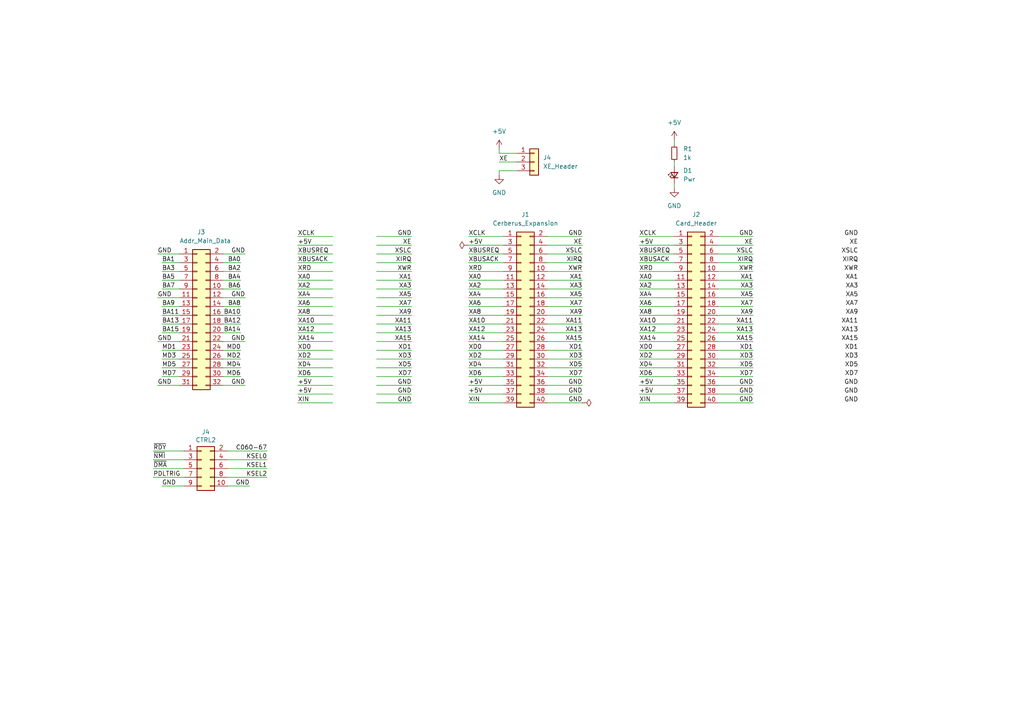
<source format=kicad_sch>
(kicad_sch (version 20231120) (generator "eeschema") (generator_version "8.0")
  (paper "A4")
  (lib_symbols
    (symbol "Connector_Generic:Conn_01x03" (pin_names (offset 1.016) hide)
      (property "Reference" "J" (at 0 5.08 0))
      (property "Value" "Conn_01x03" (at 0 -5.08 0))
      (symbol "Conn_01x03_1_1"
        (rectangle (start -1.27 -2.413) (end 0 -2.667) (stroke (width 0.1524)))
        (rectangle (start -1.27 0.127) (end 0 -0.127) (stroke (width 0.1524)))
        (rectangle (start -1.27 2.667) (end 0 2.413) (stroke (width 0.1524)))
        (rectangle (start -1.27 3.81) (end 1.27 -3.81) (stroke (width 0.254)) (fill (type background)))
        (pin passive line (at -5.08 2.54 0) (length 3.81) (name "Pin_1") (number "1"))
        (pin passive line (at -5.08 0 0) (length 3.81) (name "Pin_2") (number "2"))
        (pin passive line (at -5.08 -2.54 0) (length 3.81) (name "Pin_3") (number "3"))
      )
    )
    (symbol "Connector_Generic:Conn_02x05_Odd_Even" (pin_names (offset 1.016) hide)
      (property "Reference" "J" (at 1.27 7.62 0))
      (property "Value" "Conn_02x05_Odd_Even" (at 1.27 -7.62 0))
      (symbol "Conn_02x05_Odd_Even_1_1"
        (rectangle (start -1.27 -4.953) (end 0 -5.207) (stroke (width 0.1524)))
        (rectangle (start -1.27 -2.413) (end 0 -2.667) (stroke (width 0.1524)))
        (rectangle (start -1.27 0.127) (end 0 -0.127) (stroke (width 0.1524)))
        (rectangle (start -1.27 2.667) (end 0 2.413) (stroke (width 0.1524)))
        (rectangle (start -1.27 5.207) (end 0 4.953) (stroke (width 0.1524)))
        (rectangle (start -1.27 6.35) (end 3.81 -6.35) (stroke (width 0.254)) (fill (type background)))
        (rectangle (start 3.81 -4.953) (end 2.54 -5.207) (stroke (width 0.1524)))
        (rectangle (start 3.81 -2.413) (end 2.54 -2.667) (stroke (width 0.1524)))
        (rectangle (start 3.81 0.127) (end 2.54 -0.127) (stroke (width 0.1524)))
        (rectangle (start 3.81 2.667) (end 2.54 2.413) (stroke (width 0.1524)))
        (rectangle (start 3.81 5.207) (end 2.54 4.953) (stroke (width 0.1524)))
        (pin passive line (at -5.08 5.08 0) (length 3.81) (name "Pin_1") (number "1"))
        (pin passive line (at 7.62 -5.08 180) (length 3.81) (name "Pin_10") (number "10"))
        (pin passive line (at 7.62 5.08 180) (length 3.81) (name "Pin_2") (number "2"))
        (pin passive line (at -5.08 2.54 0) (length 3.81) (name "Pin_3") (number "3"))
        (pin passive line (at 7.62 2.54 180) (length 3.81) (name "Pin_4") (number "4"))
        (pin passive line (at -5.08 0 0) (length 3.81) (name "Pin_5") (number "5"))
        (pin passive line (at 7.62 0 180) (length 3.81) (name "Pin_6") (number "6"))
        (pin passive line (at -5.08 -2.54 0) (length 3.81) (name "Pin_7") (number "7"))
        (pin passive line (at 7.62 -2.54 180) (length 3.81) (name "Pin_8") (number "8"))
        (pin passive line (at -5.08 -5.08 0) (length 3.81) (name "Pin_9") (number "9"))
      )
    )
    (symbol "Connector_Generic:Conn_02x16_Odd_Even" (pin_names (offset 1.016) hide)
      (property "Reference" "J" (at 1.27 20.32 0))
      (property "Value" "Conn_02x16_Odd_Even" (at 1.27 -22.86 0))
      (symbol "Conn_02x16_Odd_Even_1_1"
        (rectangle (start -1.27 -20.193) (end 0 -20.447) (stroke (width 0.1524)))
        (rectangle (start -1.27 -17.653) (end 0 -17.907) (stroke (width 0.1524)))
        (rectangle (start -1.27 -15.113) (end 0 -15.367) (stroke (width 0.1524)))
        (rectangle (start -1.27 -12.573) (end 0 -12.827) (stroke (width 0.1524)))
        (rectangle (start -1.27 -10.033) (end 0 -10.287) (stroke (width 0.1524)))
        (rectangle (start -1.27 -7.493) (end 0 -7.747) (stroke (width 0.1524)))
        (rectangle (start -1.27 -4.953) (end 0 -5.207) (stroke (width 0.1524)))
        (rectangle (start -1.27 -2.413) (end 0 -2.667) (stroke (width 0.1524)))
        (rectangle (start -1.27 0.127) (end 0 -0.127) (stroke (width 0.1524)))
        (rectangle (start -1.27 2.667) (end 0 2.413) (stroke (width 0.1524)))
        (rectangle (start -1.27 5.207) (end 0 4.953) (stroke (width 0.1524)))
        (rectangle (start -1.27 7.747) (end 0 7.493) (stroke (width 0.1524)))
        (rectangle (start -1.27 10.287) (end 0 10.033) (stroke (width 0.1524)))
        (rectangle (start -1.27 12.827) (end 0 12.573) (stroke (width 0.1524)))
        (rectangle (start -1.27 15.367) (end 0 15.113) (stroke (width 0.1524)))
        (rectangle (start -1.27 17.907) (end 0 17.653) (stroke (width 0.1524)))
        (rectangle (start -1.27 19.05) (end 3.81 -21.59) (stroke (width 0.254)) (fill (type background)))
        (rectangle (start 3.81 -20.193) (end 2.54 -20.447) (stroke (width 0.1524)))
        (rectangle (start 3.81 -17.653) (end 2.54 -17.907) (stroke (width 0.1524)))
        (rectangle (start 3.81 -15.113) (end 2.54 -15.367) (stroke (width 0.1524)))
        (rectangle (start 3.81 -12.573) (end 2.54 -12.827) (stroke (width 0.1524)))
        (rectangle (start 3.81 -10.033) (end 2.54 -10.287) (stroke (width 0.1524)))
        (rectangle (start 3.81 -7.493) (end 2.54 -7.747) (stroke (width 0.1524)))
        (rectangle (start 3.81 -4.953) (end 2.54 -5.207) (stroke (width 0.1524)))
        (rectangle (start 3.81 -2.413) (end 2.54 -2.667) (stroke (width 0.1524)))
        (rectangle (start 3.81 0.127) (end 2.54 -0.127) (stroke (width 0.1524)))
        (rectangle (start 3.81 2.667) (end 2.54 2.413) (stroke (width 0.1524)))
        (rectangle (start 3.81 5.207) (end 2.54 4.953) (stroke (width 0.1524)))
        (rectangle (start 3.81 7.747) (end 2.54 7.493) (stroke (width 0.1524)))
        (rectangle (start 3.81 10.287) (end 2.54 10.033) (stroke (width 0.1524)))
        (rectangle (start 3.81 12.827) (end 2.54 12.573) (stroke (width 0.1524)))
        (rectangle (start 3.81 15.367) (end 2.54 15.113) (stroke (width 0.1524)))
        (rectangle (start 3.81 17.907) (end 2.54 17.653) (stroke (width 0.1524)))
        (pin passive line (at -5.08 17.78 0) (length 3.81) (name "Pin_1") (number "1"))
        (pin passive line (at 7.62 7.62 180) (length 3.81) (name "Pin_10") (number "10"))
        (pin passive line (at -5.08 5.08 0) (length 3.81) (name "Pin_11") (number "11"))
        (pin passive line (at 7.62 5.08 180) (length 3.81) (name "Pin_12") (number "12"))
        (pin passive line (at -5.08 2.54 0) (length 3.81) (name "Pin_13") (number "13"))
        (pin passive line (at 7.62 2.54 180) (length 3.81) (name "Pin_14") (number "14"))
        (pin passive line (at -5.08 0 0) (length 3.81) (name "Pin_15") (number "15"))
        (pin passive line (at 7.62 0 180) (length 3.81) (name "Pin_16") (number "16"))
        (pin passive line (at -5.08 -2.54 0) (length 3.81) (name "Pin_17") (number "17"))
        (pin passive line (at 7.62 -2.54 180) (length 3.81) (name "Pin_18") (number "18"))
        (pin passive line (at -5.08 -5.08 0) (length 3.81) (name "Pin_19") (number "19"))
        (pin passive line (at 7.62 17.78 180) (length 3.81) (name "Pin_2") (number "2"))
        (pin passive line (at 7.62 -5.08 180) (length 3.81) (name "Pin_20") (number "20"))
        (pin passive line (at -5.08 -7.62 0) (length 3.81) (name "Pin_21") (number "21"))
        (pin passive line (at 7.62 -7.62 180) (length 3.81) (name "Pin_22") (number "22"))
        (pin passive line (at -5.08 -10.16 0) (length 3.81) (name "Pin_23") (number "23"))
        (pin passive line (at 7.62 -10.16 180) (length 3.81) (name "Pin_24") (number "24"))
        (pin passive line (at -5.08 -12.7 0) (length 3.81) (name "Pin_25") (number "25"))
        (pin passive line (at 7.62 -12.7 180) (length 3.81) (name "Pin_26") (number "26"))
        (pin passive line (at -5.08 -15.24 0) (length 3.81) (name "Pin_27") (number "27"))
        (pin passive line (at 7.62 -15.24 180) (length 3.81) (name "Pin_28") (number "28"))
        (pin passive line (at -5.08 -17.78 0) (length 3.81) (name "Pin_29") (number "29"))
        (pin passive line (at -5.08 15.24 0) (length 3.81) (name "Pin_3") (number "3"))
        (pin passive line (at 7.62 -17.78 180) (length 3.81) (name "Pin_30") (number "30"))
        (pin passive line (at -5.08 -20.32 0) (length 3.81) (name "Pin_31") (number "31"))
        (pin passive line (at 7.62 -20.32 180) (length 3.81) (name "Pin_32") (number "32"))
        (pin passive line (at 7.62 15.24 180) (length 3.81) (name "Pin_4") (number "4"))
        (pin passive line (at -5.08 12.7 0) (length 3.81) (name "Pin_5") (number "5"))
        (pin passive line (at 7.62 12.7 180) (length 3.81) (name "Pin_6") (number "6"))
        (pin passive line (at -5.08 10.16 0) (length 3.81) (name "Pin_7") (number "7"))
        (pin passive line (at 7.62 10.16 180) (length 3.81) (name "Pin_8") (number "8"))
        (pin passive line (at -5.08 7.62 0) (length 3.81) (name "Pin_9") (number "9"))
      )
    )
    (symbol "Connector_Generic:Conn_02x20_Odd_Even" (pin_names (offset 1.016) hide)
      (property "Reference" "J" (at 1.27 25.4 0))
      (property "Value" "Conn_02x20_Odd_Even" (at 1.27 -27.94 0))
      (symbol "Conn_02x20_Odd_Even_1_1"
        (rectangle (start -1.27 -25.273) (end 0 -25.527) (stroke (width 0.1524)))
        (rectangle (start -1.27 -22.733) (end 0 -22.987) (stroke (width 0.1524)))
        (rectangle (start -1.27 -20.193) (end 0 -20.447) (stroke (width 0.1524)))
        (rectangle (start -1.27 -17.653) (end 0 -17.907) (stroke (width 0.1524)))
        (rectangle (start -1.27 -15.113) (end 0 -15.367) (stroke (width 0.1524)))
        (rectangle (start -1.27 -12.573) (end 0 -12.827) (stroke (width 0.1524)))
        (rectangle (start -1.27 -10.033) (end 0 -10.287) (stroke (width 0.1524)))
        (rectangle (start -1.27 -7.493) (end 0 -7.747) (stroke (width 0.1524)))
        (rectangle (start -1.27 -4.953) (end 0 -5.207) (stroke (width 0.1524)))
        (rectangle (start -1.27 -2.413) (end 0 -2.667) (stroke (width 0.1524)))
        (rectangle (start -1.27 0.127) (end 0 -0.127) (stroke (width 0.1524)))
        (rectangle (start -1.27 2.667) (end 0 2.413) (stroke (width 0.1524)))
        (rectangle (start -1.27 5.207) (end 0 4.953) (stroke (width 0.1524)))
        (rectangle (start -1.27 7.747) (end 0 7.493) (stroke (width 0.1524)))
        (rectangle (start -1.27 10.287) (end 0 10.033) (stroke (width 0.1524)))
        (rectangle (start -1.27 12.827) (end 0 12.573) (stroke (width 0.1524)))
        (rectangle (start -1.27 15.367) (end 0 15.113) (stroke (width 0.1524)))
        (rectangle (start -1.27 17.907) (end 0 17.653) (stroke (width 0.1524)))
        (rectangle (start -1.27 20.447) (end 0 20.193) (stroke (width 0.1524)))
        (rectangle (start -1.27 22.987) (end 0 22.733) (stroke (width 0.1524)))
        (rectangle (start -1.27 24.13) (end 3.81 -26.67) (stroke (width 0.254)) (fill (type background)))
        (rectangle (start 3.81 -25.273) (end 2.54 -25.527) (stroke (width 0.1524)))
        (rectangle (start 3.81 -22.733) (end 2.54 -22.987) (stroke (width 0.1524)))
        (rectangle (start 3.81 -20.193) (end 2.54 -20.447) (stroke (width 0.1524)))
        (rectangle (start 3.81 -17.653) (end 2.54 -17.907) (stroke (width 0.1524)))
        (rectangle (start 3.81 -15.113) (end 2.54 -15.367) (stroke (width 0.1524)))
        (rectangle (start 3.81 -12.573) (end 2.54 -12.827) (stroke (width 0.1524)))
        (rectangle (start 3.81 -10.033) (end 2.54 -10.287) (stroke (width 0.1524)))
        (rectangle (start 3.81 -7.493) (end 2.54 -7.747) (stroke (width 0.1524)))
        (rectangle (start 3.81 -4.953) (end 2.54 -5.207) (stroke (width 0.1524)))
        (rectangle (start 3.81 -2.413) (end 2.54 -2.667) (stroke (width 0.1524)))
        (rectangle (start 3.81 0.127) (end 2.54 -0.127) (stroke (width 0.1524)))
        (rectangle (start 3.81 2.667) (end 2.54 2.413) (stroke (width 0.1524)))
        (rectangle (start 3.81 5.207) (end 2.54 4.953) (stroke (width 0.1524)))
        (rectangle (start 3.81 7.747) (end 2.54 7.493) (stroke (width 0.1524)))
        (rectangle (start 3.81 10.287) (end 2.54 10.033) (stroke (width 0.1524)))
        (rectangle (start 3.81 12.827) (end 2.54 12.573) (stroke (width 0.1524)))
        (rectangle (start 3.81 15.367) (end 2.54 15.113) (stroke (width 0.1524)))
        (rectangle (start 3.81 17.907) (end 2.54 17.653) (stroke (width 0.1524)))
        (rectangle (start 3.81 20.447) (end 2.54 20.193) (stroke (width 0.1524)))
        (rectangle (start 3.81 22.987) (end 2.54 22.733) (stroke (width 0.1524)))
        (pin passive line (at -5.08 22.86 0) (length 3.81) (name "Pin_1") (number "1"))
        (pin passive line (at 7.62 12.7 180) (length 3.81) (name "Pin_10") (number "10"))
        (pin passive line (at -5.08 10.16 0) (length 3.81) (name "Pin_11") (number "11"))
        (pin passive line (at 7.62 10.16 180) (length 3.81) (name "Pin_12") (number "12"))
        (pin passive line (at -5.08 7.62 0) (length 3.81) (name "Pin_13") (number "13"))
        (pin passive line (at 7.62 7.62 180) (length 3.81) (name "Pin_14") (number "14"))
        (pin passive line (at -5.08 5.08 0) (length 3.81) (name "Pin_15") (number "15"))
        (pin passive line (at 7.62 5.08 180) (length 3.81) (name "Pin_16") (number "16"))
        (pin passive line (at -5.08 2.54 0) (length 3.81) (name "Pin_17") (number "17"))
        (pin passive line (at 7.62 2.54 180) (length 3.81) (name "Pin_18") (number "18"))
        (pin passive line (at -5.08 0 0) (length 3.81) (name "Pin_19") (number "19"))
        (pin passive line (at 7.62 22.86 180) (length 3.81) (name "Pin_2") (number "2"))
        (pin passive line (at 7.62 0 180) (length 3.81) (name "Pin_20") (number "20"))
        (pin passive line (at -5.08 -2.54 0) (length 3.81) (name "Pin_21") (number "21"))
        (pin passive line (at 7.62 -2.54 180) (length 3.81) (name "Pin_22") (number "22"))
        (pin passive line (at -5.08 -5.08 0) (length 3.81) (name "Pin_23") (number "23"))
        (pin passive line (at 7.62 -5.08 180) (length 3.81) (name "Pin_24") (number "24"))
        (pin passive line (at -5.08 -7.62 0) (length 3.81) (name "Pin_25") (number "25"))
        (pin passive line (at 7.62 -7.62 180) (length 3.81) (name "Pin_26") (number "26"))
        (pin passive line (at -5.08 -10.16 0) (length 3.81) (name "Pin_27") (number "27"))
        (pin passive line (at 7.62 -10.16 180) (length 3.81) (name "Pin_28") (number "28"))
        (pin passive line (at -5.08 -12.7 0) (length 3.81) (name "Pin_29") (number "29"))
        (pin passive line (at -5.08 20.32 0) (length 3.81) (name "Pin_3") (number "3"))
        (pin passive line (at 7.62 -12.7 180) (length 3.81) (name "Pin_30") (number "30"))
        (pin passive line (at -5.08 -15.24 0) (length 3.81) (name "Pin_31") (number "31"))
        (pin passive line (at 7.62 -15.24 180) (length 3.81) (name "Pin_32") (number "32"))
        (pin passive line (at -5.08 -17.78 0) (length 3.81) (name "Pin_33") (number "33"))
        (pin passive line (at 7.62 -17.78 180) (length 3.81) (name "Pin_34") (number "34"))
        (pin passive line (at -5.08 -20.32 0) (length 3.81) (name "Pin_35") (number "35"))
        (pin passive line (at 7.62 -20.32 180) (length 3.81) (name "Pin_36") (number "36"))
        (pin passive line (at -5.08 -22.86 0) (length 3.81) (name "Pin_37") (number "37"))
        (pin passive line (at 7.62 -22.86 180) (length 3.81) (name "Pin_38") (number "38"))
        (pin passive line (at -5.08 -25.4 0) (length 3.81) (name "Pin_39") (number "39"))
        (pin passive line (at 7.62 20.32 180) (length 3.81) (name "Pin_4") (number "4"))
        (pin passive line (at 7.62 -25.4 180) (length 3.81) (name "Pin_40") (number "40"))
        (pin passive line (at -5.08 17.78 0) (length 3.81) (name "Pin_5") (number "5"))
        (pin passive line (at 7.62 17.78 180) (length 3.81) (name "Pin_6") (number "6"))
        (pin passive line (at -5.08 15.24 0) (length 3.81) (name "Pin_7") (number "7"))
        (pin passive line (at 7.62 15.24 180) (length 3.81) (name "Pin_8") (number "8"))
        (pin passive line (at -5.08 12.7 0) (length 3.81) (name "Pin_9") (number "9"))
      )
    )
    (symbol "Device:LED_Small" (pin_numbers hide) (pin_names (offset 0.254) hide)
      (property "Reference" "D" (at -1.27 3.175 0))
      (property "Value" "LED_Small" (at -4.445 -2.54 0))
      (symbol "LED_Small_0_1"
        (polyline (pts (xy -0.762 -1.016) (xy -0.762 1.016)) (stroke (width 0.254)))
        (polyline (pts (xy 1.016 0) (xy -0.762 0)))
        (polyline (pts (xy 0.762 -1.016) (xy -0.762 0) (xy 0.762 1.016) (xy 0.762 -1.016)) (stroke (width 0.254)))
        (polyline (pts (xy 0 0.762) (xy -0.508 1.27) (xy -0.254 1.27) (xy -0.508 1.27) (xy -0.508 1.016)))
        (polyline (pts (xy 0.508 1.27) (xy 0 1.778) (xy 0.254 1.778) (xy 0 1.778) (xy 0 1.524)))
      )
      (symbol "LED_Small_1_1"
        (pin passive line (at -2.54 0 0) (length 1.778) (name "K") (number "1"))
        (pin passive line (at 2.54 0 180) (length 1.778) (name "A") (number "2"))
      )
    )
    (symbol "My Library:R_0805" (pin_numbers hide) (pin_names (offset 0.254) hide)
      (property "Reference" "R" (at 0.762 0.508 0))
      (property "Value" "R_0805" (at 0.762 -1.016 0))
      (symbol "R_0805_0_1"
        (rectangle (start -0.762 1.778) (end 0.762 -1.778) (stroke (width 0.2032)))
      )
      (symbol "R_0805_1_1"
        (pin passive line (at 0 2.54 270) (length 0.762) (name "~") (number "1"))
        (pin passive line (at 0 -2.54 90) (length 0.762) (name "~") (number "2"))
      )
    )
    (symbol "power:+5V" (power) (pin_numbers hide) (pin_names (offset 0) hide)
      (property "Value" "+5V" (at 0 3.556 0))
      (symbol "+5V_0_1"
        (polyline (pts (xy -0.762 1.27) (xy 0 2.54)))
        (polyline (pts (xy 0 0) (xy 0 2.54)))
        (polyline (pts (xy 0 2.54) (xy 0.762 1.27)))
      )
      (symbol "+5V_1_1"
        (pin power_in line (at 0 0 90) (length 0) (name "~") (number "1"))
      )
    )
    (symbol "power:GND" (power) (pin_numbers hide) (pin_names (offset 0) hide)
      (property "Value" "GND" (at 0 -3.81 0))
      (symbol "GND_0_1"
        (polyline (pts (xy 0 0) (xy 0 -1.27) (xy 1.27 -1.27) (xy 0 -2.54) (xy -1.27 -1.27) (xy 0 -1.27)))
      )
      (symbol "GND_1_1"
        (pin power_in line (at 0 0 270) (length 0) (name "~") (number "1"))
      )
    )
    (symbol "power:PWR_FLAG" (power) (pin_numbers hide) (pin_names (offset 0) hide)
      (property "Value" "PWR_FLAG" (at 0 3.81 0))
      (symbol "PWR_FLAG_0_0"
        (pin power_out line (at 0 0 90) (length 0) (name "~") (number "1"))
      )
      (symbol "PWR_FLAG_0_1"
        (polyline (pts (xy 0 0) (xy 0 1.27) (xy -1.016 1.905) (xy 0 2.54) (xy 1.016 1.905) (xy 0 1.27)))
      )
    )
  )
  (wire (pts (xy 46.99 104.14) (xy 52.07 104.14)))
  (wire (pts (xy 158.75 83.82) (xy 168.91 83.82)))
  (wire (pts (xy 52.07 99.06) (xy 45.72 99.06)))
  (wire (pts (xy 64.77 99.06) (xy 71.12 99.06)))
  (wire (pts (xy 52.07 83.82) (xy 46.99 83.82)))
  (wire (pts (xy 208.28 78.74) (xy 218.44 78.74)))
  (wire (pts (xy 77.47 135.89) (xy 66.04 135.89)))
  (wire (pts (xy 135.89 68.58) (xy 146.05 68.58)))
  (wire (pts (xy 135.89 109.22) (xy 146.05 109.22)))
  (wire (pts (xy 109.22 76.2) (xy 119.38 76.2)))
  (wire (pts (xy 64.77 88.9) (xy 69.85 88.9)))
  (wire (pts (xy 208.28 68.58) (xy 218.44 68.58)))
  (wire (pts (xy 135.89 76.2) (xy 146.05 76.2)))
  (wire (pts (xy 158.75 71.12) (xy 168.91 71.12)))
  (wire (pts (xy 185.42 111.76) (xy 195.58 111.76)))
  (wire (pts (xy 135.89 71.12) (xy 146.05 71.12)))
  (wire (pts (xy 86.36 71.12) (xy 96.52 71.12)))
  (wire (pts (xy 158.75 93.98) (xy 168.91 93.98)))
  (wire (pts (xy 135.89 86.36) (xy 146.05 86.36)))
  (wire (pts (xy 86.36 93.98) (xy 96.52 93.98)))
  (wire (pts (xy 86.36 88.9) (xy 96.52 88.9)))
  (wire (pts (xy 64.77 109.22) (xy 69.85 109.22)))
  (wire (pts (xy 185.42 101.6) (xy 195.58 101.6)))
  (wire (pts (xy 86.36 86.36) (xy 96.52 86.36)))
  (wire (pts (xy 86.36 96.52) (xy 96.52 96.52)))
  (wire (pts (xy 86.36 83.82) (xy 96.52 83.82)))
  (wire (pts (xy 77.47 138.43) (xy 66.04 138.43)))
  (wire (pts (xy 135.89 104.14) (xy 146.05 104.14)))
  (wire (pts (xy 135.89 78.74) (xy 146.05 78.74)))
  (wire (pts (xy 52.07 91.44) (xy 46.99 91.44)))
  (wire (pts (xy 109.22 68.58) (xy 119.38 68.58)))
  (wire (pts (xy 135.89 111.76) (xy 146.05 111.76)))
  (wire (pts (xy 109.22 88.9) (xy 119.38 88.9)))
  (wire (pts (xy 135.89 116.84) (xy 146.05 116.84)))
  (wire (pts (xy 158.75 106.68) (xy 168.91 106.68)))
  (wire (pts (xy 158.75 101.6) (xy 168.91 101.6)))
  (wire (pts (xy 64.77 73.66) (xy 71.12 73.66)))
  (wire (pts (xy 52.07 78.74) (xy 46.99 78.74)))
  (wire (pts (xy 86.36 114.3) (xy 96.52 114.3)))
  (wire (pts (xy 53.34 130.81) (xy 44.45 130.81)))
  (wire (pts (xy 185.42 99.06) (xy 195.58 99.06)))
  (wire (pts (xy 158.75 68.58) (xy 168.91 68.58)))
  (wire (pts (xy 185.42 109.22) (xy 195.58 109.22)))
  (wire (pts (xy 69.85 104.14) (xy 64.77 104.14)))
  (wire (pts (xy 86.36 104.14) (xy 96.52 104.14)))
  (wire (pts (xy 109.22 96.52) (xy 119.38 96.52)))
  (wire (pts (xy 64.77 111.76) (xy 71.12 111.76)))
  (wire (pts (xy 64.77 81.28) (xy 69.85 81.28)))
  (wire (pts (xy 185.42 106.68) (xy 195.58 106.68)))
  (wire (pts (xy 185.42 104.14) (xy 195.58 104.14)))
  (wire (pts (xy 158.75 111.76) (xy 168.91 111.76)))
  (wire (pts (xy 185.42 91.44) (xy 195.58 91.44)))
  (wire (pts (xy 52.07 109.22) (xy 46.99 109.22)))
  (wire (pts (xy 86.36 109.22) (xy 96.52 109.22)))
  (wire (pts (xy 135.89 91.44) (xy 146.05 91.44)))
  (wire (pts (xy 158.75 99.06) (xy 168.91 99.06)))
  (wire (pts (xy 208.28 76.2) (xy 218.44 76.2)))
  (wire (pts (xy 109.22 104.14) (xy 119.38 104.14)))
  (wire (pts (xy 185.42 86.36) (xy 195.58 86.36)))
  (wire (pts (xy 109.22 86.36) (xy 119.38 86.36)))
  (wire (pts (xy 86.36 116.84) (xy 96.52 116.84)))
  (wire (pts (xy 44.45 138.43) (xy 53.34 138.43)))
  (wire (pts (xy 66.04 140.97) (xy 72.39 140.97)))
  (wire (pts (xy 109.22 99.06) (xy 119.38 99.06)))
  (wire (pts (xy 208.28 81.28) (xy 218.44 81.28)))
  (wire (pts (xy 64.77 78.74) (xy 69.85 78.74)))
  (wire (pts (xy 135.89 101.6) (xy 146.05 101.6)))
  (wire (pts (xy 135.89 114.3) (xy 146.05 114.3)))
  (wire (pts (xy 185.42 114.3) (xy 195.58 114.3)))
  (wire (pts (xy 185.42 81.28) (xy 195.58 81.28)))
  (wire (pts (xy 149.86 46.99) (xy 144.78 46.99)))
  (wire (pts (xy 109.22 78.74) (xy 119.38 78.74)))
  (wire (pts (xy 64.77 83.82) (xy 69.85 83.82)))
  (wire (pts (xy 52.07 111.76) (xy 45.72 111.76)))
  (wire (pts (xy 86.36 76.2) (xy 96.52 76.2)))
  (wire (pts (xy 86.36 91.44) (xy 96.52 91.44)))
  (wire (pts (xy 208.28 83.82) (xy 218.44 83.82)))
  (wire (pts (xy 158.75 86.36) (xy 168.91 86.36)))
  (wire (pts (xy 86.36 106.68) (xy 96.52 106.68)))
  (wire (pts (xy 185.42 71.12) (xy 195.58 71.12)))
  (wire (pts (xy 52.07 81.28) (xy 46.99 81.28)))
  (wire (pts (xy 208.28 86.36) (xy 218.44 86.36)))
  (wire (pts (xy 64.77 106.68) (xy 69.85 106.68)))
  (wire (pts (xy 109.22 114.3) (xy 119.38 114.3)))
  (wire (pts (xy 135.89 83.82) (xy 146.05 83.82)))
  (wire (pts (xy 208.28 99.06) (xy 218.44 99.06)))
  (wire (pts (xy 109.22 111.76) (xy 119.38 111.76)))
  (wire (pts (xy 195.58 53.34) (xy 195.58 54.61)))
  (wire (pts (xy 86.36 81.28) (xy 96.52 81.28)))
  (wire (pts (xy 86.36 73.66) (xy 96.52 73.66)))
  (wire (pts (xy 52.07 88.9) (xy 46.99 88.9)))
  (wire (pts (xy 135.89 99.06) (xy 146.05 99.06)))
  (wire (pts (xy 158.75 76.2) (xy 168.91 76.2)))
  (wire (pts (xy 53.34 140.97) (xy 46.99 140.97)))
  (wire (pts (xy 208.28 71.12) (xy 218.44 71.12)))
  (wire (pts (xy 208.28 91.44) (xy 218.44 91.44)))
  (wire (pts (xy 52.07 76.2) (xy 46.99 76.2)))
  (wire (pts (xy 208.28 96.52) (xy 218.44 96.52)))
  (wire (pts (xy 109.22 101.6) (xy 119.38 101.6)))
  (wire (pts (xy 64.77 86.36) (xy 71.12 86.36)))
  (wire (pts (xy 109.22 109.22) (xy 119.38 109.22)))
  (wire (pts (xy 158.75 88.9) (xy 168.91 88.9)))
  (wire (pts (xy 185.42 88.9) (xy 195.58 88.9)))
  (wire (pts (xy 185.42 93.98) (xy 195.58 93.98)))
  (wire (pts (xy 52.07 86.36) (xy 45.72 86.36)))
  (wire (pts (xy 185.42 68.58) (xy 195.58 68.58)))
  (wire (pts (xy 109.22 116.84) (xy 119.38 116.84)))
  (wire (pts (xy 185.42 73.66) (xy 195.58 73.66)))
  (wire (pts (xy 208.28 109.22) (xy 218.44 109.22)))
  (wire (pts (xy 135.89 93.98) (xy 146.05 93.98)))
  (wire (pts (xy 86.36 68.58) (xy 96.52 68.58)))
  (wire (pts (xy 185.42 83.82) (xy 195.58 83.82)))
  (wire (pts (xy 208.28 111.76) (xy 218.44 111.76)))
  (wire (pts (xy 109.22 83.82) (xy 119.38 83.82)))
  (wire (pts (xy 144.78 49.53) (xy 144.78 50.8)))
  (wire (pts (xy 52.07 96.52) (xy 46.99 96.52)))
  (wire (pts (xy 86.36 111.76) (xy 96.52 111.76)))
  (wire (pts (xy 77.47 133.35) (xy 66.04 133.35)))
  (wire (pts (xy 158.75 91.44) (xy 168.91 91.44)))
  (wire (pts (xy 185.42 116.84) (xy 195.58 116.84)))
  (wire (pts (xy 53.34 135.89) (xy 44.45 135.89)))
  (wire (pts (xy 185.42 78.74) (xy 195.58 78.74)))
  (wire (pts (xy 185.42 76.2) (xy 195.58 76.2)))
  (wire (pts (xy 86.36 101.6) (xy 96.52 101.6)))
  (wire (pts (xy 195.58 46.99) (xy 195.58 48.26)))
  (wire (pts (xy 144.78 43.18) (xy 144.78 44.45)))
  (wire (pts (xy 185.42 96.52) (xy 195.58 96.52)))
  (wire (pts (xy 208.28 101.6) (xy 218.44 101.6)))
  (wire (pts (xy 208.28 93.98) (xy 218.44 93.98)))
  (wire (pts (xy 109.22 93.98) (xy 119.38 93.98)))
  (wire (pts (xy 208.28 88.9) (xy 218.44 88.9)))
  (wire (pts (xy 109.22 91.44) (xy 119.38 91.44)))
  (wire (pts (xy 208.28 116.84) (xy 218.44 116.84)))
  (wire (pts (xy 195.58 40.64) (xy 195.58 41.91)))
  (wire (pts (xy 135.89 81.28) (xy 146.05 81.28)))
  (wire (pts (xy 158.75 81.28) (xy 168.91 81.28)))
  (wire (pts (xy 64.77 93.98) (xy 69.85 93.98)))
  (wire (pts (xy 64.77 76.2) (xy 69.85 76.2)))
  (wire (pts (xy 208.28 104.14) (xy 218.44 104.14)))
  (wire (pts (xy 208.28 73.66) (xy 218.44 73.66)))
  (wire (pts (xy 69.85 101.6) (xy 64.77 101.6)))
  (wire (pts (xy 158.75 96.52) (xy 168.91 96.52)))
  (wire (pts (xy 109.22 71.12) (xy 119.38 71.12)))
  (wire (pts (xy 149.86 49.53) (xy 144.78 49.53)))
  (wire (pts (xy 158.75 116.84) (xy 168.91 116.84)))
  (wire (pts (xy 52.07 106.68) (xy 46.99 106.68)))
  (wire (pts (xy 77.47 130.81) (xy 66.04 130.81)))
  (wire (pts (xy 52.07 93.98) (xy 46.99 93.98)))
  (wire (pts (xy 158.75 78.74) (xy 168.91 78.74)))
  (wire (pts (xy 208.28 114.3) (xy 218.44 114.3)))
  (wire (pts (xy 135.89 88.9) (xy 146.05 88.9)))
  (wire (pts (xy 86.36 99.06) (xy 96.52 99.06)))
  (wire (pts (xy 208.28 106.68) (xy 218.44 106.68)))
  (wire (pts (xy 52.07 73.66) (xy 45.72 73.66)))
  (wire (pts (xy 53.34 133.35) (xy 44.45 133.35)))
  (wire (pts (xy 109.22 73.66) (xy 119.38 73.66)))
  (wire (pts (xy 64.77 91.44) (xy 69.85 91.44)))
  (wire (pts (xy 135.89 96.52) (xy 146.05 96.52)))
  (wire (pts (xy 158.75 114.3) (xy 168.91 114.3)))
  (wire (pts (xy 158.75 104.14) (xy 168.91 104.14)))
  (wire (pts (xy 46.99 101.6) (xy 52.07 101.6)))
  (wire (pts (xy 109.22 106.68) (xy 119.38 106.68)))
  (wire (pts (xy 64.77 96.52) (xy 69.85 96.52)))
  (wire (pts (xy 158.75 73.66) (xy 168.91 73.66)))
  (wire (pts (xy 86.36 78.74) (xy 96.52 78.74)))
  (wire (pts (xy 144.78 44.45) (xy 149.86 44.45)))
  (wire (pts (xy 158.75 109.22) (xy 168.91 109.22)))
  (wire (pts (xy 135.89 73.66) (xy 146.05 73.66)))
  (wire (pts (xy 109.22 81.28) (xy 119.38 81.28)))
  (wire (pts (xy 135.89 106.68) (xy 146.05 106.68)))
  (label "GND" (at 72.39 140.97 180))
  (label "XA7" (at 168.91 88.9 180))
  (label "XA3" (at 248.92 83.82 180))
  (label "XA9" (at 248.92 91.44 180))
  (label "XD3" (at 248.92 104.14 180))
  (label "XA6" (at 185.42 88.9 0))
  (label "BA11" (at 46.99 91.44 0))
  (label "XD3" (at 119.38 104.14 180))
  (label "+5V" (at 135.89 111.76 0))
  (label "XBUSREQ" (at 86.36 73.66 0))
  (label "XA15" (at 168.91 99.06 180))
  (label "BA10" (at 69.85 91.44 180))
  (label "XD5" (at 248.92 106.68 180))
  (label "XE" (at 218.44 71.12 180))
  (label "MD3" (at 46.99 104.14 0))
  (label "GND" (at 218.44 116.84 180))
  (label "XA2" (at 135.89 83.82 0))
  (label "XA9" (at 168.91 91.44 180))
  (label "XSLC" (at 248.92 73.66 180))
  (label "BA2" (at 69.85 78.74 180))
  (label "GND" (at 248.92 111.76 180))
  (label "GND" (at 218.44 114.3 180))
  (label "XD0" (at 185.42 101.6 0))
  (label "GND" (at 45.72 111.76 0))
  (label "XA0" (at 86.36 81.28 0))
  (label "XSLC" (at 119.38 73.66 180))
  (label "GND" (at 168.91 116.84 180))
  (label "GND" (at 168.91 111.76 180))
  (label "XA5" (at 168.91 86.36 180))
  (label "BA14" (at 69.85 96.52 180))
  (label "XD1" (at 248.92 101.6 180))
  (label "XA9" (at 119.38 91.44 180))
  (label "BA12" (at 69.85 93.98 180))
  (label "BA3" (at 46.99 78.74 0))
  (label "+5V" (at 135.89 114.3 0))
  (label "XA10" (at 86.36 93.98 0))
  (label "XD5" (at 168.91 106.68 180))
  (label "XD6" (at 185.42 109.22 0))
  (label "XBUSACK" (at 135.89 76.2 0))
  (label "XA15" (at 218.44 99.06 180))
  (label "GND" (at 46.99 140.97 0))
  (label "XSLC" (at 168.91 73.66 180))
  (label "XD7" (at 248.92 109.22 180))
  (label "XIN" (at 135.89 116.84 0))
  (label "XA12" (at 135.89 96.52 0))
  (label "XA1" (at 248.92 81.28 180))
  (label "XD0" (at 135.89 101.6 0))
  (label "GND" (at 218.44 68.58 180))
  (label "BA1" (at 46.99 76.2 0))
  (label "KSEL2" (at 77.47 138.43 180))
  (label "GND" (at 119.38 116.84 180))
  (label "XA15" (at 119.38 99.06 180))
  (label "GND" (at 45.72 73.66 0))
  (label "XA1" (at 218.44 81.28 180))
  (label "GND" (at 71.12 99.06 180))
  (label "BA15" (at 46.99 96.52 0))
  (label "XRD" (at 86.36 78.74 0))
  (label "GND" (at 168.91 114.3 180))
  (label "+5V" (at 135.89 71.12 0))
  (label "XA10" (at 185.42 93.98 0))
  (label "XA4" (at 185.42 86.36 0))
  (label "+5V" (at 185.42 114.3 0))
  (label "XA6" (at 86.36 88.9 0))
  (label "XIN" (at 86.36 116.84 0))
  (label "BA8" (at 69.85 88.9 180))
  (label "XD7" (at 218.44 109.22 180))
  (label "XD4" (at 86.36 106.68 0))
  (label "XA15" (at 248.92 99.06 180))
  (label "XA10" (at 135.89 93.98 0))
  (label "XD2" (at 135.89 104.14 0))
  (label "XBUSACK" (at 86.36 76.2 0))
  (label "MD1" (at 46.99 101.6 0))
  (label "XA2" (at 185.42 83.82 0))
  (label "XA8" (at 86.36 91.44 0))
  (label "XA1" (at 168.91 81.28 180))
  (label "XD5" (at 218.44 106.68 180))
  (label "XCLK" (at 135.89 68.58 0))
  (label "XA5" (at 218.44 86.36 180))
  (label "GND" (at 119.38 111.76 180))
  (label "XE" (at 248.92 71.12 180))
  (label "XA8" (at 185.42 91.44 0))
  (label "GND" (at 71.12 111.76 180))
  (label "XIRQ" (at 248.92 76.2 180))
  (label "XD5" (at 119.38 106.68 180))
  (label "+5V" (at 86.36 71.12 0))
  (label "XA11" (at 248.92 93.98 180))
  (label "GND" (at 168.91 68.58 180))
  (label "MD2" (at 69.85 104.14 180))
  (label "XIN" (at 185.42 116.84 0))
  (label "XWR" (at 119.38 78.74 180))
  (label "XD2" (at 185.42 104.14 0))
  (label "BA6" (at 69.85 83.82 180))
  (label "XIRQ" (at 168.91 76.2 180))
  (label "XA14" (at 135.89 99.06 0))
  (label "XA3" (at 168.91 83.82 180))
  (label "XA14" (at 185.42 99.06 0))
  (label "BA9" (at 46.99 88.9 0))
  (label "XD7" (at 119.38 109.22 180))
  (label "GND" (at 119.38 68.58 180))
  (label "XD1" (at 168.91 101.6 180))
  (label "XCLK" (at 86.36 68.58 0))
  (label "XA7" (at 248.92 88.9 180))
  (label "XWR" (at 218.44 78.74 180))
  (label "BA5" (at 46.99 81.28 0))
  (label "BA13" (at 46.99 93.98 0))
  (label "+5V" (at 185.42 111.76 0))
  (label "XRD" (at 185.42 78.74 0))
  (label "GND" (at 71.12 86.36 180))
  (label "XBUSREQ" (at 185.42 73.66 0))
  (label "XA9" (at 218.44 91.44 180))
  (label "~{RDY}" (at 44.45 130.81 0))
  (label "XE" (at 168.91 71.12 180))
  (label "XD7" (at 168.91 109.22 180))
  (label "XA13" (at 218.44 96.52 180))
  (label "XBUSREQ" (at 135.89 73.66 0))
  (label "MD5" (at 46.99 106.68 0))
  (label "XWR" (at 248.92 78.74 180))
  (label "KSEL0" (at 77.47 133.35 180))
  (label "MD7" (at 46.99 109.22 0))
  (label "XIRQ" (at 218.44 76.2 180))
  (label "+5V" (at 86.36 111.76 0))
  (label "XD6" (at 135.89 109.22 0))
  (label "GND" (at 71.12 73.66 180))
  (label "+5V" (at 185.42 71.12 0))
  (label "XSLC" (at 218.44 73.66 180))
  (label "XD1" (at 218.44 101.6 180))
  (label "XA13" (at 119.38 96.52 180))
  (label "XA7" (at 218.44 88.9 180))
  (label "XA12" (at 86.36 96.52 0))
  (label "XA3" (at 218.44 83.82 180))
  (label "XD3" (at 218.44 104.14 180))
  (label "XWR" (at 168.91 78.74 180))
  (label "GND" (at 248.92 114.3 180))
  (label "XD2" (at 86.36 104.14 0))
  (label "XD6" (at 86.36 109.22 0))
  (label "XA7" (at 119.38 88.9 180))
  (label "XA13" (at 248.92 96.52 180))
  (label "XE" (at 144.78 46.99 0))
  (label "XD1" (at 119.38 101.6 180))
  (label "XBUSACK" (at 185.42 76.2 0))
  (label "XD3" (at 168.91 104.14 180))
  (label "XA14" (at 86.36 99.06 0))
  (label "GND" (at 45.72 86.36 0))
  (label "XRD" (at 135.89 78.74 0))
  (label "GND" (at 248.92 68.58 180))
  (label "GND" (at 119.38 114.3 180))
  (label "XA5" (at 248.92 86.36 180))
  (label "XD0" (at 86.36 101.6 0))
  (label "BA4" (at 69.85 81.28 180))
  (label "XA6" (at 135.89 88.9 0))
  (label "XIRQ" (at 119.38 76.2 180))
  (label "XA11" (at 218.44 93.98 180))
  (label "XA4" (at 86.36 86.36 0))
  (label "GND" (at 45.72 99.06 0))
  (label "XA2" (at 86.36 83.82 0))
  (label "BA0" (at 69.85 76.2 180))
  (label "XA12" (at 185.42 96.52 0))
  (label "XCLK" (at 185.42 68.58 0))
  (label "PDLTRIG" (at 44.45 138.43 0))
  (label "MD6" (at 69.85 109.22 180))
  (label "MD4" (at 69.85 106.68 180))
  (label "XA3" (at 119.38 83.82 180))
  (label "BA7" (at 46.99 83.82 0))
  (label "XE" (at 119.38 71.12 180))
  (label "GND" (at 218.44 111.76 180))
  (label "~{NMI}" (at 44.45 133.35 0))
  (label "XA1" (at 119.38 81.28 180))
  (label "XA11" (at 119.38 93.98 180))
  (label "XA13" (at 168.91 96.52 180))
  (label "XA4" (at 135.89 86.36 0))
  (label "XA11" (at 168.91 93.98 180))
  (label "+5V" (at 86.36 114.3 0))
  (label "~{DMA}" (at 44.45 135.89 0))
  (label "MD0" (at 69.85 101.6 180))
  (label "GND" (at 248.92 116.84 180))
  (label "KSEL1" (at 77.47 135.89 180))
  (label "XD4" (at 135.89 106.68 0))
  (label "XA8" (at 135.89 91.44 0))
  (label "XA0" (at 185.42 81.28 0))
  (label "XA5" (at 119.38 86.36 180))
  (label "C060-67" (at 77.47 130.81 180))
  (label "XD4" (at 185.42 106.68 0))
  (label "XA0" (at 135.89 81.28 0))
  (symbol (lib_id "My Library:R_0805") (at 195.58 44.45 0) (unit 1)
    (property "Reference" "R1" (at 198.12 43.1799 0) (effects (justify left)))
    (property "Value" "1k" (at 198.12 45.7199 0) (effects (justify left)))
    (property "Footprint" "Resistor_SMD:R_0805_2012Metric_Pad1.20x1.40mm_HandSolder" (effects (hide yes)))
    (property "Description" "Resistor, small symbol with 0805 Package" (effects (hide yes)))
  )
  (symbol (lib_id "power:GND") (at 144.78 50.8 0) (unit 1)
    (property "Reference" "#PWR02" (effects (hide yes)))
    (property "Value" "GND" (at 144.78 55.88 0))
    (property "Description" "Power symbol creates a global label with name \"GND\" , ground" (effects (hide yes)))
  )
  (symbol (lib_id "Connector_Generic:Conn_01x03") (at 154.94 46.99 0) (unit 1)
    (property "Reference" "J4" (at 157.48 45.7199 0) (effects (justify left)))
    (property "Value" "XE_Header" (at 157.48 48.2599 0) (effects (justify left)))
    (property "Footprint" "Connector_PinHeader_2.54mm:PinHeader_1x03_P2.54mm_Vertical" (effects (hide yes)))
    (property "Description" "Generic connector, single row, 01x03, script generated (kicad-library-utils/schlib/autogen/connector/)" (effects (hide yes)))
  )
  (symbol (lib_id "Connector_Generic:Conn_02x20_Odd_Even") (at 151.13 91.44 0) (unit 1)
    (property "Reference" "J1" (at 152.4 62.23 0))
    (property "Value" "Cerberus_Expansion" (at 152.4 64.77 0))
    (property "Footprint" "Connector_PinSocket_2.54mm:PinSocket_2x20_P2.54mm_Vertical" (effects (hide yes)))
    (property "Description" "Generic connector, double row, 02x20, odd/even pin numbering scheme (row 1 odd numbers, row 2 even numbers), script generated (kicad-library-utils/schlib/autogen/connector/)" (effects (hide yes)))
  )
  (symbol (lib_id "power:PWR_FLAG") (at 135.89 71.12 90) (unit 1)
    (property "Reference" "#FLG01" (effects (hide yes)))
    (property "Value" "PWR_FLAG" (effects (hide yes)))
    (property "Description" "Special symbol for telling ERC where power comes from" (effects (hide yes)))
  )
  (symbol (lib_id "Connector_Generic:Conn_02x16_Odd_Even") (at 57.15 91.44 0) (unit 1)
    (property "Reference" "J3" (at 57.15 67.31 0) (effects (justify left)))
    (property "Value" "Addr_Main_Data" (at 52.07 69.85 0) (effects (justify left)))
    (property "Footprint" "Connector_PinSocket_2.54mm:PinSocket_2x16_P2.54mm_Vertical" (effects (hide yes)))
  )
  (symbol (lib_id "power:+5V") (at 144.78 43.18 0) (unit 1)
    (property "Reference" "#PWR01" (effects (hide yes)))
    (property "Value" "+5V" (at 144.78 38.1 0))
    (property "Description" "Power symbol creates a global label with name \"+5V\"" (effects (hide yes)))
  )
  (symbol (lib_id "Connector_Generic:Conn_02x20_Odd_Even") (at 200.66 91.44 0) (unit 1)
    (property "Reference" "J2" (at 201.93 62.23 0))
    (property "Value" "Card_Header" (at 201.93 64.77 0))
    (property "Footprint" "Connector_PinHeader_2.54mm:PinHeader_2x20_P2.54mm_Vertical" (effects (hide yes)))
    (property "Description" "Generic connector, double row, 02x20, odd/even pin numbering scheme (row 1 odd numbers, row 2 even numbers), script generated (kicad-library-utils/schlib/autogen/connector/)" (effects (hide yes)))
  )
  (symbol (lib_id "Device:LED_Small") (at 195.58 50.8 90) (unit 1)
    (property "Reference" "D1" (at 198.12 49.4664 90) (effects (justify right)))
    (property "Value" "Pwr" (at 198.12 52.0064 90) (effects (justify right)))
    (property "Footprint" "LED_SMD:LED_1206_3216Metric_Pad1.42x1.75mm_HandSolder" (effects (hide yes)))
    (property "Description" "Light emitting diode, small symbol" (effects (hide yes)))
  )
  (symbol (lib_id "Connector_Generic:Conn_02x05_Odd_Even") (at 58.42 135.89 0) (unit 1)
    (property "Reference" "J4" (at 59.69 125.2982 0))
    (property "Value" "CTRL2" (at 59.69 127.6096 0))
    (property "Footprint" "Connector_PinSocket_2.54mm:PinSocket_2x05_P2.54mm_Vertical" (effects (hide yes)))
  )
  (symbol (lib_id "power:PWR_FLAG") (at 168.91 116.84 270) (unit 1)
    (property "Reference" "#FLG02" (effects (hide yes)))
    (property "Value" "PWR_FLAG" (effects (hide yes)))
    (property "Description" "Special symbol for telling ERC where power comes from" (effects (hide yes)))
  )
  (symbol (lib_id "power:GND") (at 195.58 54.61 0) (unit 1)
    (property "Reference" "#PWR03" (effects (hide yes)))
    (property "Value" "GND" (at 195.58 59.69 0))
    (property "Description" "Power symbol creates a global label with name \"GND\" , ground" (effects (hide yes)))
  )
  (symbol (lib_id "power:+5V") (at 195.58 40.64 0) (unit 1)
    (property "Reference" "#PWR04" (effects (hide yes)))
    (property "Value" "+5V" (at 195.58 35.56 0))
    (property "Description" "Power symbol creates a global label with name \"+5V\"" (effects (hide yes)))
  )
)
</source>
